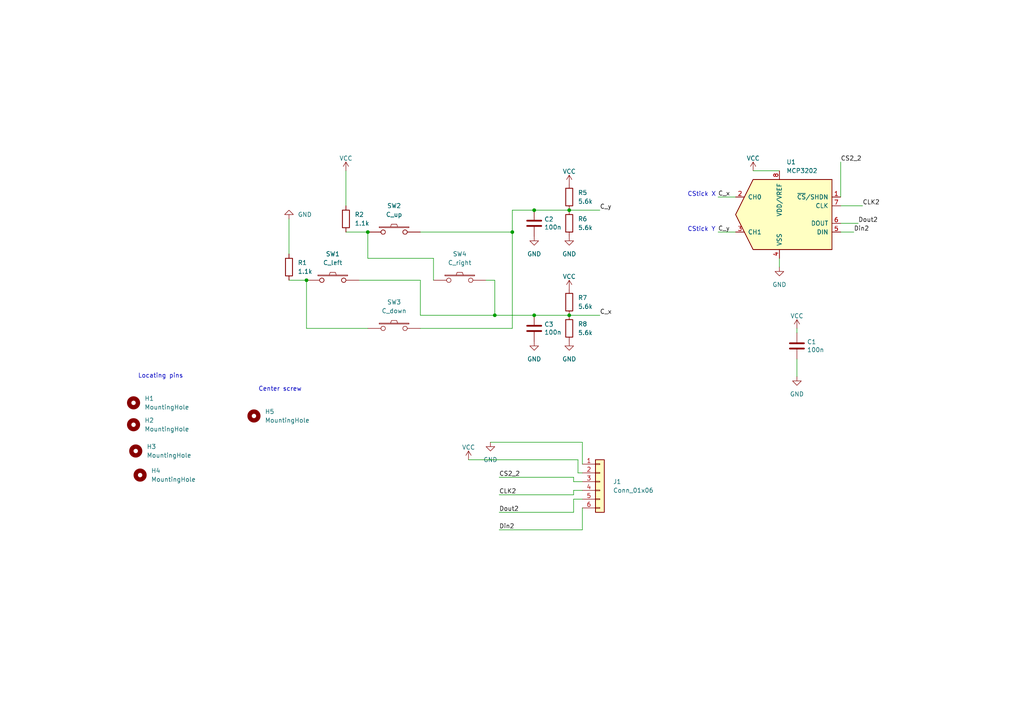
<source format=kicad_sch>
(kicad_sch (version 20211123) (generator eeschema)
  (paper "A4")
  (lib_symbols
    (symbol "Analog_ADC:MCP3002" (pin_names (offset 1.016))
      (property "Reference" "U" (at -6.35 11.43 0))
      (property "Value" "MCP3002" (at 11.43 11.43 0))
      (symbol "MCP3002_0_1"
        (polyline (pts (xy 15.24 10.16) (xy -7.62 10.16) (xy -12.7 0) (xy -7.62 -10.16) (xy 15.24 -10.16) (xy 15.24 10.16)) (stroke (width 0.254)) (fill (type background)))
      )
      (symbol "MCP3002_1_1"
        (pin input line (at 17.78 5.08 180) (length 2.54) (name "~{CS}/SHDN") (number "1"))
        (pin passive line (at -12.7 5.08 0) (length 2.54) (name "CH0") (number "2"))
        (pin passive line (at -12.7 -5.08 0) (length 2.54) (name "CH1") (number "3"))
        (pin power_in line (at 0 -12.7 90) (length 2.54) (name "VSS") (number "4"))
        (pin input line (at 17.78 -5.08 180) (length 2.54) (name "DIN") (number "5"))
        (pin output line (at 17.78 -2.54 180) (length 2.54) (name "DOUT") (number "6"))
        (pin input line (at 17.78 2.54 180) (length 2.54) (name "CLK") (number "7"))
        (pin power_in line (at 0 12.7 270) (length 2.54) (name "VDD/VREF") (number "8"))
      )
    )
    (symbol "Connector_Generic:Conn_01x06" (pin_names (offset 1.016) hide)
      (property "Reference" "J" (at 0 7.62 0))
      (property "Value" "Conn_01x06" (at 0 -10.16 0))
      (symbol "Conn_01x06_1_1"
        (rectangle (start -1.27 -7.493) (end 0 -7.747) (stroke (width 0.1524)))
        (rectangle (start -1.27 -4.953) (end 0 -5.207) (stroke (width 0.1524)))
        (rectangle (start -1.27 -2.413) (end 0 -2.667) (stroke (width 0.1524)))
        (rectangle (start -1.27 0.127) (end 0 -0.127) (stroke (width 0.1524)))
        (rectangle (start -1.27 2.667) (end 0 2.413) (stroke (width 0.1524)))
        (rectangle (start -1.27 5.207) (end 0 4.953) (stroke (width 0.1524)))
        (rectangle (start -1.27 6.35) (end 1.27 -8.89) (stroke (width 0.254)) (fill (type background)))
        (pin passive line (at -5.08 5.08 0) (length 3.81) (name "Pin_1") (number "1"))
        (pin passive line (at -5.08 2.54 0) (length 3.81) (name "Pin_2") (number "2"))
        (pin passive line (at -5.08 0 0) (length 3.81) (name "Pin_3") (number "3"))
        (pin passive line (at -5.08 -2.54 0) (length 3.81) (name "Pin_4") (number "4"))
        (pin passive line (at -5.08 -5.08 0) (length 3.81) (name "Pin_5") (number "5"))
        (pin passive line (at -5.08 -7.62 0) (length 3.81) (name "Pin_6") (number "6"))
      )
    )
    (symbol "Device:C" (pin_numbers hide) (pin_names (offset 0.254))
      (property "Reference" "C" (at 0.635 2.54 0))
      (property "Value" "C" (at 0.635 -2.54 0))
      (symbol "C_0_1"
        (polyline (pts (xy -2.032 -0.762) (xy 2.032 -0.762)) (stroke (width 0.508)))
        (polyline (pts (xy -2.032 0.762) (xy 2.032 0.762)) (stroke (width 0.508)))
      )
      (symbol "C_1_1"
        (pin passive line (at 0 3.81 270) (length 2.794) (name "~") (number "1"))
        (pin passive line (at 0 -3.81 90) (length 2.794) (name "~") (number "2"))
      )
    )
    (symbol "Device:R" (pin_numbers hide) (pin_names (offset 0))
      (property "Reference" "R" (at 2.032 0 90))
      (property "Value" "R" (at 0 0 90))
      (symbol "R_0_1"
        (rectangle (start -1.016 -2.54) (end 1.016 2.54) (stroke (width 0.254)))
      )
      (symbol "R_1_1"
        (pin passive line (at 0 3.81 270) (length 1.27) (name "~") (number "1"))
        (pin passive line (at 0 -3.81 90) (length 1.27) (name "~") (number "2"))
      )
    )
    (symbol "Mechanical:MountingHole" (pin_names (offset 1.016))
      (property "Reference" "H" (at 0 5.08 0))
      (property "Value" "MountingHole" (at 0 3.175 0))
      (symbol "MountingHole_0_1"
        (circle (center 0 0) (radius 1.27) (stroke (width 1.27)))
      )
    )
    (symbol "keyboard_parts:SW_PUSH" (pin_numbers hide) (pin_names (offset 1.016) hide)
      (property "Reference" "SW" (at 3.81 2.794 0))
      (property "Value" "SW_PUSH" (at 0 -2.032 0))
      (symbol "SW_PUSH_0_1"
        (rectangle (start -4.318 1.27) (end 4.318 1.524))
        (polyline (pts (xy -1.016 1.524) (xy -0.762 2.286) (xy 0.762 2.286) (xy 1.016 1.524)))
        (pin passive inverted (at -7.62 0 0) (length 5.08) (name "1") (number "1"))
        (pin passive inverted (at 7.62 0 180) (length 5.08) (name "2") (number "2"))
      )
    )
    (symbol "power:GND" (power) (pin_names (offset 0))
      (property "Value" "GND" (at 0 -3.81 0))
      (symbol "GND_0_1"
        (polyline (pts (xy 0 0) (xy 0 -1.27) (xy 1.27 -1.27) (xy 0 -2.54) (xy -1.27 -1.27) (xy 0 -1.27)))
      )
      (symbol "GND_1_1"
        (pin power_in line (at 0 0 270) (length 0) hide (name "GND") (number "1"))
      )
    )
    (symbol "power:VCC" (power) (pin_names (offset 0))
      (property "Value" "VCC" (at 0 3.81 0))
      (symbol "VCC_0_1"
        (polyline (pts (xy -0.762 1.27) (xy 0 2.54)))
        (polyline (pts (xy 0 0) (xy 0 2.54)))
        (polyline (pts (xy 0 2.54) (xy 0.762 1.27)))
      )
      (symbol "VCC_1_1"
        (pin power_in line (at 0 0 90) (length 0) hide (name "VCC") (number "1"))
      )
    )
  )
  (junction (at 106.68 67.31))
  (junction (at 154.94 60.96))
  (junction (at 165.1 60.96))
  (junction (at 165.1 91.44))
  (junction (at 143.51 91.44))
  (junction (at 148.59 67.31))
  (junction (at 88.9 81.28))
  (junction (at 154.94 91.44))
  (wire (pts (xy 154.94 60.96) (xy 165.1 60.96)))
  (wire (pts (xy 83.82 73.66) (xy 83.82 63.5)))
  (wire (pts (xy 168.91 139.7) (xy 166.37 139.7)))
  (wire (pts (xy 168.91 142.24) (xy 166.37 142.24)))
  (wire (pts (xy 125.73 74.93) (xy 106.68 74.93)))
  (wire (pts (xy 168.91 134.62) (xy 168.91 128.27)))
  (wire (pts (xy 166.37 144.78) (xy 166.37 148.59)))
  (wire (pts (xy 165.1 91.44) (xy 173.99 91.44)))
  (wire (pts (xy 148.59 60.96) (xy 154.94 60.96)))
  (wire (pts (xy 121.92 81.28) (xy 121.92 91.44)))
  (wire (pts (xy 142.24 128.27) (xy 168.91 128.27)))
  (wire (pts (xy 168.91 144.78) (xy 166.37 144.78)))
  (wire (pts (xy 143.51 81.28) (xy 143.51 91.44)))
  (wire (pts (xy 148.59 67.31) (xy 148.59 60.96)))
  (wire (pts (xy 106.68 95.25) (xy 88.9 95.25)))
  (wire (pts (xy 135.89 133.35) (xy 167.64 133.35)))
  (wire (pts (xy 148.59 95.25) (xy 148.59 67.31)))
  (wire (pts (xy 144.78 138.43) (xy 166.37 138.43)))
  (wire (pts (xy 218.44 49.53) (xy 226.06 49.53)))
  (wire (pts (xy 104.14 81.28) (xy 121.92 81.28)))
  (wire (pts (xy 144.78 143.51) (xy 166.37 143.51)))
  (wire (pts (xy 121.92 67.31) (xy 148.59 67.31)))
  (wire (pts (xy 100.33 67.31) (xy 106.68 67.31)))
  (wire (pts (xy 243.84 57.15) (xy 243.84 46.99)))
  (wire (pts (xy 100.33 59.69) (xy 100.33 49.53)))
  (wire (pts (xy 213.36 57.15) (xy 208.28 57.15)))
  (wire (pts (xy 243.84 59.69) (xy 250.19 59.69)))
  (wire (pts (xy 231.14 109.22) (xy 231.14 104.14)))
  (wire (pts (xy 167.64 137.16) (xy 167.64 133.35)))
  (wire (pts (xy 144.78 153.67) (xy 168.91 153.67)))
  (wire (pts (xy 165.1 60.96) (xy 173.99 60.96)))
  (wire (pts (xy 143.51 91.44) (xy 154.94 91.44)))
  (wire (pts (xy 88.9 95.25) (xy 88.9 81.28)))
  (wire (pts (xy 121.92 95.25) (xy 148.59 95.25)))
  (wire (pts (xy 226.06 74.93) (xy 226.06 77.47)))
  (wire (pts (xy 125.73 81.28) (xy 125.73 74.93)))
  (wire (pts (xy 166.37 139.7) (xy 166.37 138.43)))
  (wire (pts (xy 154.94 91.44) (xy 165.1 91.44)))
  (wire (pts (xy 144.78 148.59) (xy 166.37 148.59)))
  (wire (pts (xy 106.68 74.93) (xy 106.68 67.31)))
  (wire (pts (xy 166.37 142.24) (xy 166.37 143.51)))
  (wire (pts (xy 168.91 137.16) (xy 167.64 137.16)))
  (wire (pts (xy 83.82 81.28) (xy 88.9 81.28)))
  (wire (pts (xy 243.84 64.77) (xy 248.92 64.77)))
  (wire (pts (xy 231.14 96.52) (xy 231.14 95.25)))
  (wire (pts (xy 121.92 91.44) (xy 143.51 91.44)))
  (wire (pts (xy 243.84 67.31) (xy 247.65 67.31)))
  (wire (pts (xy 140.97 81.28) (xy 143.51 81.28)))
  (wire (pts (xy 168.91 147.32) (xy 168.91 153.67)))
  (wire (pts (xy 208.28 67.31) (xy 213.36 67.31)))
  (text "CStick Y\n" (at 199.39 67.31 0) (effects (font (size 1.27 1.27)) (justify left bottom)))
  (text "CStick X" (at 199.39 57.15 0) (effects (font (size 1.27 1.27)) (justify left bottom)))
  (text "Locating pins" (at 40.005 109.855 0) (effects (font (size 1.27 1.27)) (justify left bottom)))
  (text "Center screw\n" (at 74.93 113.665 0) (effects (font (size 1.27 1.27)) (justify left bottom)))
  (label "Dout2" (at 248.92 64.77 0))
  (label "CLK2" (at 250.19 59.69 0))
  (label "Din2" (at 247.65 67.31 0))
  (label "C_x" (at 173.99 91.44 0))
  (label "C_y" (at 208.28 67.31 0))
  (label "C_y" (at 173.99 60.96 0))
  (label "CS2_2" (at 144.78 138.43 0))
  (label "Din2" (at 144.78 153.67 0))
  (label "CLK2" (at 144.78 143.51 0))
  (label "Dout2" (at 144.78 148.59 0))
  (label "C_x" (at 208.28 57.15 0))
  (label "CS2_2" (at 243.84 46.99 0))
  (symbol (lib_id "power:VCC") (at 218.44 49.53 0) (unit 1)
    (property "Reference" "#PWR010" (effects hide))
    (property "Value" "VCC" (at 218.44 45.9255 0))
  )
  (symbol (lib_id "power:VCC") (at 135.89 133.35 0) (unit 1)
    (property "Reference" "#PWR05" (effects hide))
    (property "Value" "VCC" (at 135.89 129.7455 0))
  )
  (symbol (lib_id "power:GND") (at 165.1 68.58 0) (unit 1)
    (property "Reference" "#PWR07" (effects hide))
    (property "Value" "GND" (at 165.1 73.66 0))
  )
  (symbol (lib_id "power:GND") (at 154.94 99.06 0) (unit 1)
    (property "Reference" "#PWR0103" (effects hide))
    (property "Value" "GND" (at 154.94 104.14 0))
  )
  (symbol (lib_id "Device:R") (at 83.82 77.47 180) (unit 1)
    (property "Reference" "R1" (at 86.36 76.1999 0) (effects (justify right)))
    (property "Value" "1.1k" (at 86.36 78.7399 0) (effects (justify right)))
    (property "Footprint" "Resistor_SMD:R_0603_1608Metric_Pad0.98x0.95mm_HandSolder" (effects hide))
    (property "LCSC" "C137780" (effects hide))
  )
  (symbol (lib_id "keyboard_parts:SW_PUSH") (at 96.52 81.28 0) (unit 1)
    (property "Reference" "SW1" (at 96.52 73.66 0))
    (property "Value" "C_left" (at 96.52 76.2 0))
    (property "Footprint" "easyeda2kicad:SW-TH_L6.2-W6.2-P5.00" (effects hide))
    (property "LCSC" "C395225" (effects hide))
  )
  (symbol (lib_id "Mechanical:MountingHole") (at 38.735 116.84 0) (unit 1)
    (property "Reference" "H1" (at 41.91 115.5699 0) (effects (justify left)))
    (property "Value" "MountingHole" (at 41.91 118.1099 0) (effects (justify left)))
    (property "Footprint" "MountingHole:MountingHole_2.1mm" (effects hide))
  )
  (symbol (lib_id "Device:C") (at 154.94 95.25 0) (unit 1)
    (property "Reference" "C3" (at 157.861 94.0816 0) (effects (justify left)))
    (property "Value" "100n" (at 157.861 96.393 0) (effects (justify left)))
    (property "Footprint" "PhobGCC_2_0_0_footprints:C_0402_1005Metric" (effects hide))
    (property "LCSC" "C1525" (effects hide))
  )
  (symbol (lib_id "Mechanical:MountingHole") (at 39.37 130.81 0) (unit 1)
    (property "Reference" "H3" (at 42.545 129.5399 0) (effects (justify left)))
    (property "Value" "MountingHole" (at 42.545 132.0799 0) (effects (justify left)))
    (property "Footprint" "MountingHole:MountingHole_2.1mm" (effects hide))
  )
  (symbol (lib_id "keyboard_parts:SW_PUSH") (at 114.3 67.31 0) (unit 1)
    (property "Reference" "SW2" (at 114.3 59.69 0))
    (property "Value" "C_up" (at 114.3 62.23 0))
    (property "Footprint" "easyeda2kicad:SW-TH_L6.2-W6.2-P5.00" (effects hide))
    (property "LCSC" "C395225" (effects hide))
  )
  (symbol (lib_id "Device:C") (at 231.14 100.33 0) (unit 1)
    (property "Reference" "C1" (at 234.061 99.1616 0) (effects (justify left)))
    (property "Value" "100n" (at 234.061 101.473 0) (effects (justify left)))
    (property "Footprint" "PhobGCC_2_0_0_footprints:C_0402_1005Metric" (effects hide))
    (property "LCSC" "C1525" (effects hide))
  )
  (symbol (lib_id "keyboard_parts:SW_PUSH") (at 133.35 81.28 0) (unit 1)
    (property "Reference" "SW4" (at 133.35 73.66 0))
    (property "Value" "C_right" (at 133.35 76.2 0))
    (property "Footprint" "easyeda2kicad:SW-TH_L6.2-W6.2-P5.00" (effects hide))
    (property "LCSC" "C395225" (effects hide))
  )
  (symbol (lib_id "power:GND") (at 83.82 63.5 180) (unit 1)
    (property "Reference" "#PWR01" (effects hide))
    (property "Value" "GND" (at 86.36 62.2299 0) (effects (justify right)))
  )
  (symbol (lib_id "power:GND") (at 226.06 77.47 0) (unit 1)
    (property "Reference" "#PWR0101" (effects hide))
    (property "Value" "GND" (at 226.06 82.55 0))
  )
  (symbol (lib_id "Mechanical:MountingHole") (at 40.64 137.795 0) (unit 1)
    (property "Reference" "H4" (at 43.815 136.5249 0) (effects (justify left)))
    (property "Value" "MountingHole" (at 43.815 139.0649 0) (effects (justify left)))
    (property "Footprint" "MountingHole:MountingHole_2.1mm" (effects hide))
  )
  (symbol (lib_id "Connector_Generic:Conn_01x06") (at 173.99 139.7 0) (unit 1) (in_bom no)
    (property "Reference" "J1" (at 177.8 139.6999 0) (effects (justify left)))
    (property "Value" "Conn_01x06" (at 177.8 142.2399 0) (effects (justify left)))
    (property "Footprint" "PhobGCC_2_0_0_footprints:PinSocket_1x06_P2.00mm_Vertical" (effects hide))
  )
  (symbol (lib_id "power:GND") (at 142.24 128.27 0) (unit 1)
    (property "Reference" "#PWR0106" (effects hide))
    (property "Value" "GND" (at 142.24 133.35 0))
  )
  (symbol (lib_id "power:GND") (at 154.94 68.58 0) (unit 1)
    (property "Reference" "#PWR0104" (effects hide))
    (property "Value" "GND" (at 154.94 73.66 0))
  )
  (symbol (lib_id "Device:R") (at 100.33 63.5 180) (unit 1)
    (property "Reference" "R2" (at 102.87 62.2299 0) (effects (justify right)))
    (property "Value" "1.1k" (at 102.87 64.7699 0) (effects (justify right)))
    (property "Footprint" "Resistor_SMD:R_0603_1608Metric_Pad0.98x0.95mm_HandSolder" (effects hide))
    (property "LCSC" "C137780" (effects hide))
  )
  (symbol (lib_id "power:VCC") (at 100.33 49.53 0) (unit 1)
    (property "Reference" "#PWR02" (effects hide))
    (property "Value" "VCC" (at 100.33 45.9255 0))
  )
  (symbol (lib_id "Device:R") (at 165.1 57.15 0) (unit 1)
    (property "Reference" "R5" (at 167.64 55.8799 0) (effects (justify left)))
    (property "Value" "5.6k" (at 167.64 58.4199 0) (effects (justify left)))
    (property "Footprint" "Resistor_SMD:R_0603_1608Metric_Pad0.98x0.95mm_HandSolder" (effects hide))
    (property "LCSC" "C114627" (effects hide))
  )
  (symbol (lib_id "Device:R") (at 165.1 95.25 0) (unit 1)
    (property "Reference" "R8" (at 167.64 93.9799 0) (effects (justify left)))
    (property "Value" "5.6k" (at 167.64 96.5199 0) (effects (justify left)))
    (property "Footprint" "Resistor_SMD:R_0603_1608Metric_Pad0.98x0.95mm_HandSolder" (effects hide))
    (property "LCSC" "C114627" (effects hide))
  )
  (symbol (lib_id "keyboard_parts:SW_PUSH") (at 114.3 95.25 0) (unit 1)
    (property "Reference" "SW3" (at 114.3 87.63 0))
    (property "Value" "C_down" (at 114.3 90.17 0))
    (property "Footprint" "easyeda2kicad:SW-TH_L6.2-W6.2-P5.00" (effects hide))
    (property "LCSC" "C395225" (effects hide))
  )
  (symbol (lib_id "power:VCC") (at 231.14 95.25 0) (unit 1)
    (property "Reference" "#PWR03" (effects hide))
    (property "Value" "VCC" (at 231.14 91.6455 0))
  )
  (symbol (lib_id "power:VCC") (at 165.1 83.82 0) (unit 1)
    (property "Reference" "#PWR0105" (effects hide))
    (property "Value" "VCC" (at 165.1 80.2155 0))
  )
  (symbol (lib_id "Device:R") (at 165.1 87.63 0) (unit 1)
    (property "Reference" "R7" (at 167.64 86.3599 0) (effects (justify left)))
    (property "Value" "5.6k" (at 167.64 88.8999 0) (effects (justify left)))
    (property "Footprint" "Resistor_SMD:R_0603_1608Metric_Pad0.98x0.95mm_HandSolder" (effects hide))
    (property "LCSC" "C114627" (effects hide))
  )
  (symbol (lib_id "power:GND") (at 231.14 109.22 0) (unit 1)
    (property "Reference" "#PWR04" (effects hide))
    (property "Value" "GND" (at 231.14 114.3 0))
  )
  (symbol (lib_id "Analog_ADC:MCP3002") (at 226.06 62.23 0) (unit 1)
    (property "Reference" "U1" (at 228.0794 46.99 0) (effects (justify left)))
    (property "Value" "MCP3202" (at 228.0794 49.53 0) (effects (justify left)))
    (property "Footprint" "PhobGCC_2_0_0_footprints:SOIC-8_3.9x4.9mm_P1.27mm" (effects hide))
    (property "LCSC" "C56997" (effects hide))
  )
  (symbol (lib_id "Mechanical:MountingHole") (at 73.66 120.65 0) (unit 1)
    (property "Reference" "H5" (at 76.835 119.3799 0) (effects (justify left)))
    (property "Value" "MountingHole" (at 76.835 121.9199 0) (effects (justify left)))
    (property "Footprint" "MountingHole:MountingHole_2.5mm" (effects hide))
  )
  (symbol (lib_id "Device:C") (at 154.94 64.77 0) (unit 1)
    (property "Reference" "C2" (at 157.861 63.6016 0) (effects (justify left)))
    (property "Value" "100n" (at 157.861 65.913 0) (effects (justify left)))
    (property "Footprint" "PhobGCC_2_0_0_footprints:C_0402_1005Metric" (effects hide))
    (property "LCSC" "C1525" (effects hide))
  )
  (symbol (lib_id "power:GND") (at 165.1 99.06 0) (unit 1)
    (property "Reference" "#PWR09" (effects hide))
    (property "Value" "GND" (at 165.1 104.14 0))
  )
  (symbol (lib_id "Device:R") (at 165.1 64.77 0) (unit 1)
    (property "Reference" "R6" (at 167.64 63.4999 0) (effects (justify left)))
    (property "Value" "5.6k" (at 167.64 66.0399 0) (effects (justify left)))
    (property "Footprint" "Resistor_SMD:R_0603_1608Metric_Pad0.98x0.95mm_HandSolder" (effects hide))
    (property "LCSC" "C114627" (effects hide))
  )
  (symbol (lib_id "power:VCC") (at 165.1 53.34 0) (unit 1)
    (property "Reference" "#PWR0102" (effects hide))
    (property "Value" "VCC" (at 165.1 49.7355 0))
  )
  (symbol (lib_id "Mechanical:MountingHole") (at 38.735 123.19 0) (unit 1)
    (property "Reference" "H2" (at 41.91 121.9199 0) (effects (justify left)))
    (property "Value" "MountingHole" (at 41.91 124.4599 0) (effects (justify left)))
    (property "Footprint" "MountingHole:MountingHole_2.1mm" (effects hide))
  )
)
</source>
